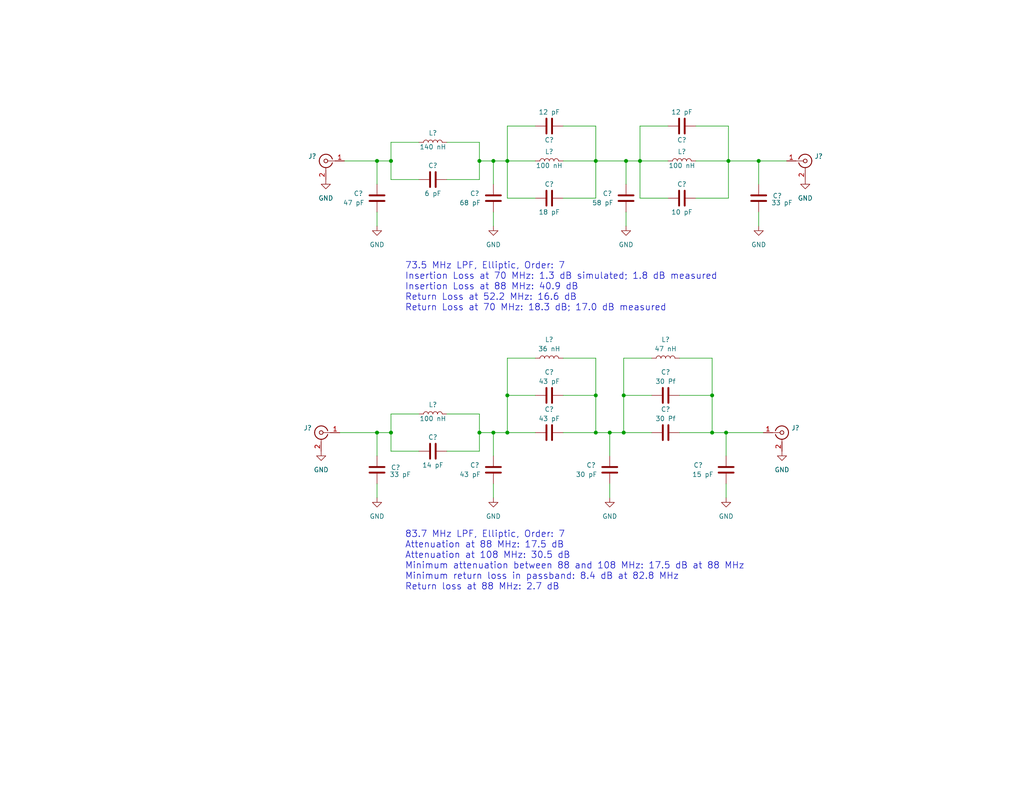
<source format=kicad_sch>
(kicad_sch (version 20230121) (generator eeschema)
  (paper "USLetter")
  (title_block (date "2023-09-19"))
  (lib_symbols
    (symbol "Connector:Conn_Coaxial" (pin_names (offset 1.016) hide)
      (property "Reference" "J" (at 0.254 3.048 0))
      (property "Value" "Conn_Coaxial" (at 2.921 0 90))
      (symbol "Conn_Coaxial_0_1"
        (arc (start -1.778 -0.508) (mid 0.2311 -1.8066) (end 1.778 0) (stroke (width 0.254)))
        (polyline (pts (xy -2.54 0) (xy -0.508 0)))
        (polyline (pts (xy 0 -2.54) (xy 0 -1.778)))
        (circle (center 0 0) (radius 0.508) (stroke (width 0.2032)))
        (arc (start 1.778 0) (mid 0.2099 1.8101) (end -1.778 0.508) (stroke (width 0.254)))
      )
      (symbol "Conn_Coaxial_1_1"
        (pin passive line (at -5.08 0 0) (length 2.54) (name "In") (number "1"))
        (pin passive line (at 0 -5.08 90) (length 2.54) (name "Ext") (number "2"))
      )
    )
    (symbol "Device:C" (pin_numbers hide) (pin_names (offset 0.254))
      (property "Reference" "C" (at 0.635 2.54 0))
      (property "Value" "C" (at 0.635 -2.54 0))
      (symbol "C_0_1"
        (polyline (pts (xy -2.032 -0.762) (xy 2.032 -0.762)) (stroke (width 0.508)))
        (polyline (pts (xy -2.032 0.762) (xy 2.032 0.762)) (stroke (width 0.508)))
      )
      (symbol "C_1_1"
        (pin passive line (at 0 3.81 270) (length 2.794) (name "~") (number "1"))
        (pin passive line (at 0 -3.81 90) (length 2.794) (name "~") (number "2"))
      )
    )
    (symbol "Device:L" (pin_numbers hide) (pin_names (offset 1.016) hide)
      (property "Reference" "L" (at -1.27 0 90))
      (property "Value" "L" (at 1.905 0 90))
      (symbol "L_0_1"
        (arc (start 0 -2.54) (mid 0.6323 -1.905) (end 0 -1.27))
        (arc (start 0 -1.27) (mid 0.6323 -0.635) (end 0 0))
        (arc (start 0 0) (mid 0.6323 0.635) (end 0 1.27))
        (arc (start 0 1.27) (mid 0.6323 1.905) (end 0 2.54))
      )
      (symbol "L_1_1"
        (pin passive line (at 0 3.81 270) (length 1.27) (name "1") (number "1"))
        (pin passive line (at 0 -3.81 90) (length 1.27) (name "2") (number "2"))
      )
    )
    (symbol "power:GND" (power) (pin_names (offset 0))
      (property "Value" "GND" (at 0 -3.81 0))
      (symbol "GND_0_1"
        (polyline (pts (xy 0 0) (xy 0 -1.27) (xy 1.27 -1.27) (xy 0 -2.54) (xy -1.27 -1.27) (xy 0 -1.27)))
      )
      (symbol "GND_1_1"
        (pin power_in line (at 0 0 270) (length 0) hide (name "GND") (number "1"))
      )
    )
  )
  (junction (at 130.81 118.11))
  (junction (at 194.31 118.11))
  (junction (at 194.31 107.95))
  (junction (at 130.81 43.942))
  (junction (at 102.87 118.11))
  (junction (at 198.12 118.11))
  (junction (at 162.56 118.11))
  (junction (at 138.43 118.11))
  (junction (at 134.62 43.942))
  (junction (at 162.56 107.95))
  (junction (at 170.18 107.95))
  (junction (at 106.68 43.942))
  (junction (at 166.37 118.11))
  (junction (at 170.815 43.942))
  (junction (at 134.62 118.11))
  (junction (at 102.87 43.942))
  (junction (at 198.755 43.942))
  (junction (at 207.01 43.942))
  (junction (at 138.43 107.95))
  (junction (at 106.68 118.11))
  (junction (at 162.56 43.942))
  (junction (at 138.43 43.942))
  (junction (at 170.18 118.11))
  (junction (at 174.625 43.942))
  (wire (pts (xy 102.87 118.11) (xy 106.68 118.11)))
  (wire (pts (xy 102.87 118.11) (xy 102.87 124.46)))
  (wire (pts (xy 174.625 43.942) (xy 182.245 43.942)))
  (wire (pts (xy 130.81 118.11) (xy 130.81 113.03)))
  (wire (pts (xy 106.68 118.11) (xy 106.68 123.19)))
  (wire (pts (xy 153.67 118.11) (xy 162.56 118.11)))
  (wire (pts (xy 130.81 43.942) (xy 130.81 38.862)))
  (wire (pts (xy 130.81 118.11) (xy 134.62 118.11)))
  (wire (pts (xy 121.92 49.022) (xy 130.81 49.022)))
  (wire (pts (xy 130.81 123.19) (xy 130.81 118.11)))
  (wire (pts (xy 106.68 49.022) (xy 114.3 49.022)))
  (wire (pts (xy 189.865 54.102) (xy 198.755 54.102)))
  (wire (pts (xy 198.755 43.942) (xy 198.755 54.102)))
  (wire (pts (xy 134.62 57.912) (xy 134.62 61.722)))
  (wire (pts (xy 138.43 54.102) (xy 146.05 54.102)))
  (wire (pts (xy 121.92 38.862) (xy 130.81 38.862)))
  (wire (pts (xy 102.87 57.912) (xy 102.87 61.722)))
  (wire (pts (xy 174.625 34.417) (xy 182.245 34.417)))
  (wire (pts (xy 134.62 43.942) (xy 138.43 43.942)))
  (wire (pts (xy 153.67 54.102) (xy 162.56 54.102)))
  (wire (pts (xy 174.625 54.102) (xy 182.245 54.102)))
  (wire (pts (xy 207.01 57.912) (xy 207.01 61.722)))
  (wire (pts (xy 174.625 34.417) (xy 174.625 43.942)))
  (wire (pts (xy 198.12 118.11) (xy 198.12 124.46)))
  (wire (pts (xy 114.3 113.03) (xy 106.68 113.03)))
  (wire (pts (xy 138.43 43.942) (xy 146.05 43.942)))
  (wire (pts (xy 170.18 118.11) (xy 170.18 107.95)))
  (wire (pts (xy 146.05 97.79) (xy 138.43 97.79)))
  (wire (pts (xy 138.43 118.11) (xy 138.43 107.95)))
  (wire (pts (xy 106.68 113.03) (xy 106.68 118.11)))
  (wire (pts (xy 170.815 43.942) (xy 170.815 50.292)))
  (wire (pts (xy 198.755 34.417) (xy 198.755 43.942)))
  (wire (pts (xy 138.43 107.95) (xy 146.05 107.95)))
  (wire (pts (xy 162.56 118.11) (xy 166.37 118.11)))
  (wire (pts (xy 138.43 97.79) (xy 138.43 107.95)))
  (wire (pts (xy 153.67 97.79) (xy 162.56 97.79)))
  (wire (pts (xy 194.31 97.79) (xy 194.31 107.95)))
  (wire (pts (xy 166.37 132.08) (xy 166.37 135.89)))
  (wire (pts (xy 185.42 97.79) (xy 194.31 97.79)))
  (wire (pts (xy 185.42 118.11) (xy 194.31 118.11)))
  (wire (pts (xy 198.12 118.11) (xy 208.28 118.11)))
  (wire (pts (xy 189.865 43.942) (xy 198.755 43.942)))
  (wire (pts (xy 138.43 34.417) (xy 138.43 43.942)))
  (wire (pts (xy 198.12 132.08) (xy 198.12 135.89)))
  (wire (pts (xy 114.3 38.862) (xy 106.68 38.862)))
  (wire (pts (xy 153.67 43.942) (xy 162.56 43.942)))
  (wire (pts (xy 207.01 43.942) (xy 207.01 50.292)))
  (wire (pts (xy 130.81 49.022) (xy 130.81 43.942)))
  (wire (pts (xy 102.87 43.942) (xy 106.68 43.942)))
  (wire (pts (xy 174.625 43.942) (xy 174.625 54.102)))
  (wire (pts (xy 170.18 97.79) (xy 170.18 107.95)))
  (wire (pts (xy 134.62 132.08) (xy 134.62 135.89)))
  (wire (pts (xy 121.92 113.03) (xy 130.81 113.03)))
  (wire (pts (xy 162.56 97.79) (xy 162.56 107.95)))
  (wire (pts (xy 207.01 43.942) (xy 214.63 43.942)))
  (wire (pts (xy 102.87 132.08) (xy 102.87 135.89)))
  (wire (pts (xy 194.31 118.11) (xy 198.12 118.11)))
  (wire (pts (xy 106.68 38.862) (xy 106.68 43.942)))
  (wire (pts (xy 153.67 107.95) (xy 162.56 107.95)))
  (wire (pts (xy 134.62 43.942) (xy 134.62 50.292)))
  (wire (pts (xy 130.81 43.942) (xy 134.62 43.942)))
  (wire (pts (xy 170.815 43.942) (xy 174.625 43.942)))
  (wire (pts (xy 189.865 34.417) (xy 198.755 34.417)))
  (wire (pts (xy 170.18 107.95) (xy 177.8 107.95)))
  (wire (pts (xy 194.31 118.11) (xy 194.31 107.95)))
  (wire (pts (xy 185.42 107.95) (xy 194.31 107.95)))
  (wire (pts (xy 146.05 118.11) (xy 138.43 118.11)))
  (wire (pts (xy 162.56 34.417) (xy 162.56 43.942)))
  (wire (pts (xy 177.8 97.79) (xy 170.18 97.79)))
  (wire (pts (xy 198.755 43.942) (xy 207.01 43.942)))
  (wire (pts (xy 93.98 43.942) (xy 102.87 43.942)))
  (wire (pts (xy 162.56 118.11) (xy 162.56 107.95)))
  (wire (pts (xy 162.56 43.942) (xy 162.56 54.102)))
  (wire (pts (xy 106.68 43.942) (xy 106.68 49.022)))
  (wire (pts (xy 106.68 123.19) (xy 114.3 123.19)))
  (wire (pts (xy 177.8 118.11) (xy 170.18 118.11)))
  (wire (pts (xy 170.815 57.912) (xy 170.815 61.722)))
  (wire (pts (xy 138.43 43.942) (xy 138.43 54.102)))
  (wire (pts (xy 162.56 43.942) (xy 170.815 43.942)))
  (wire (pts (xy 153.67 34.417) (xy 162.56 34.417)))
  (wire (pts (xy 138.43 34.417) (xy 146.05 34.417)))
  (wire (pts (xy 121.92 123.19) (xy 130.81 123.19)))
  (wire (pts (xy 102.87 43.942) (xy 102.87 50.292)))
  (wire (pts (xy 92.71 118.11) (xy 102.87 118.11)))
  (wire (pts (xy 166.37 118.11) (xy 166.37 124.46)))
  (wire (pts (xy 166.37 118.11) (xy 170.18 118.11)))
  (wire (pts (xy 134.62 118.11) (xy 138.43 118.11)))
  (wire (pts (xy 134.62 118.11) (xy 134.62 124.46)))
  (text "73.5 MHz LPF, Elliptic, Order: 7\nInsertion Loss at 70 MHz: 1.3 dB simulated; 1.8 dB measured\nInsertion Loss at 88 MHz: 40.9 dB\nReturn Loss at 52.2 MHz: 16.6 dB\nReturn Loss at 70 MHz: 18.3 dB; 17.0 dB measured\n" (at 110.49 85.09 0) (effects (font (size 1.778 1.778)) (justify left bottom)))
  (text "83.7 MHz LPF, Elliptic, Order: 7\nAttenuation at 88 MHz: 17.5 dB\nAttenuation at 108 MHz: 30.5 dB\nMinimum attenuation between 88 and 108 MHz: 17.5 dB at 88 MHz\nMinimum return loss in passband: 8.4 dB at 82.8 MHz\nReturn loss at 88 MHz: 2.7 dB" (at 110.49 161.29 0) (effects (font (size 1.778 1.778)) (justify left bottom)))
  (symbol (lib_id "power:GND") (at 207.01 61.722 0) (unit 1)
    (property "Reference" "#PWR?" (effects hide))
    (property "Value" "GND" (at 207.01 66.802 0))
    (instances (project "ARX" (path "" (reference "#PWR?") (unit 1)) (path "" (reference "#PWR016") (unit 1))))
  )
  (symbol (lib_id "Device:C") (at 198.12 128.27 180) (unit 1)
    (property "Reference" "C?" (at 190.5 127 0))
    (property "Value" "15 pF" (at 191.77 129.54 0))
    (property "Footprint" "LWA RF:C_0805_2012Metric_Pad1.27x1.45mm_HandSolder" (effects hide))
    (property "Datasheet" "https://datasheets.kyocera-avx.com/U-Series.pdf" (effects hide))
    (property "MFGR" "KYOCERA AVX" (effects hide))
    (property "MPN" "KGQ21HCG2D150GT" (effects hide))
    (property "Unit Cost" "0.11" (effects hide))
    (property "Stock" "4426" (effects hide))
    (property "Stock Date" "09/18/2023" (effects hide))
    (property "Desc" "CAP CER 15PF 200V NP0 0805" (effects hide))
    (property "Temp Coeff" "NPO/COG" (effects hide))
    (property "Tolerance" "2%" (effects hide))
    (property "Voltage Rating" "200V" (effects hide))
    (instances (project "ARX" (path "" (reference "C?") (unit 1)) (path "" (reference "C17") (unit 1))))
  )
  (symbol (lib_id "Device:C") (at 149.86 107.95 90) (unit 1)
    (property "Reference" "C?" (at 149.86 101.6 90))
    (property "Value" "43 pF" (at 149.86 104.14 90))
    (property "Footprint" "LWA RF:C_0805_2012Metric_Pad1.27x1.45mm_HandSolder" (effects hide))
    (property "Datasheet" "https://connect.kemet.com:7667/gateway/IntelliData-ComponentDocumentation/1.0/download/datasheet/C0805C430G5GACTU" (effects hide))
    (property "MFGR" "KEMET" (effects hide))
    (property "MPN" "C0805C430G5GAC7800" (effects hide))
    (property "Unit Cost" "0.43" (effects hide))
    (property "Stock" "2307" (effects hide))
    (property "Stock Date" "09/18/2023" (effects hide))
    (property "Desc" "CAP CER 43PF 50V NP0 0805" (effects hide))
    (property "Temp Coeff" "NPO/COG" (effects hide))
    (property "Tolerance" "2%" (effects hide))
    (property "Voltage Rating" "50V" (effects hide))
    (instances (project "ARX" (path "" (reference "C?") (unit 1)) (path "" (reference "C9") (unit 1))))
  )
  (symbol (lib_id "power:GND") (at 134.62 135.89 0) (unit 1)
    (property "Reference" "#PWR?" (effects hide))
    (property "Value" "GND" (at 134.62 140.97 0))
    (instances (project "ARX" (path "" (reference "#PWR?") (unit 1)) (path "" (reference "#PWR012") (unit 1))))
  )
  (symbol (lib_id "Device:C") (at 118.11 49.022 90) (unit 1)
    (property "Reference" "C?" (at 118.11 45.212 90))
    (property "Value" "6 pF" (at 118.11 52.832 90))
    (property "Footprint" "LWA RF:C_0805_2012Metric_Pad1.27x1.45mm_HandSolder" (effects hide))
    (property "Datasheet" "https://datasheets.kyocera-avx.com/C0GNP0-Dielectric.pdf" (effects hide))
    (property "MFGR" "KYOCERA AVX" (effects hide))
    (property "MPN" "08055A6R0CAT2A" (effects hide))
    (property "Unit Cost" "0.15" (effects hide))
    (property "Stock" "27025" (effects hide))
    (property "Stock Date" "09/18/2023" (effects hide))
    (property "Desc" "CAP CER 6PF 50V C0G/NP0 0805" (effects hide))
    (property "Temp Coeff" "NPO/COG" (effects hide))
    (property "Tolerance" "+/- 0.25 pF" (effects hide))
    (property "Voltage Rating" "50V" (effects hide))
    (instances (project "ARX" (path "" (reference "C?") (unit 1)) (path "" (reference "C3") (unit 1))))
  )
  (symbol (lib_id "Device:C") (at 207.01 54.102 180) (unit 1)
    (property "Reference" "C?" (at 212.09 53.467 0))
    (property "Value" "33 pF" (at 213.36 55.372 0))
    (property "Footprint" "LWA RF:C_0805_2012Metric_Pad1.27x1.45mm_HandSolder" (effects hide))
    (property "Datasheet" "https://www.yageo.com/upload/media/product/productsearch/datasheet/mlcc/UPY-GP_NP0_16V-to-50V_18.pdf" (effects hide))
    (property "MFGR" "YAGEO" (effects hide))
    (property "MPN" "CC0805GRNPO9BN330" (effects hide))
    (property "Unit Cost" "0.14" (effects hide))
    (property "Stock" "8932" (effects hide))
    (property "Stock Date" "09/18/2023" (effects hide))
    (property "Desc" "CAP CER 33PF 50V C0G/NPO 0805" (effects hide))
    (property "Temp Coeff" "NPO/COG" (effects hide))
    (property "Tolerance" "2%" (effects hide))
    (property "Voltage Rating" "50V" (effects hide))
    (instances (project "ARX" (path "" (reference "C?") (unit 1)) (path "" (reference "C18") (unit 1))))
  )
  (symbol (lib_id "Device:C") (at 181.61 118.11 90) (unit 1)
    (property "Reference" "C?" (at 181.61 111.76 90))
    (property "Value" "30 Pf" (at 181.61 114.3 90))
    (property "Footprint" "LWA RF:C_0805_2012Metric_Pad1.27x1.45mm_HandSolder" (effects hide))
    (property "Datasheet" "https://www.mouser.com/datasheet/2/40/C0GNP0_Dielectric-2952720.pdf" (effects hide))
    (property "MFGR" "KYOCERA AVX" (effects hide))
    (property "MPN" "0805YA300FAT2A" (effects hide))
    (property "Unit Cost" "0.29" (effects hide))
    (property "Stock" "897" (effects hide))
    (property "Stock Date" "09/18/2023" (effects hide))
    (property "Desc" "30 pF ±1%  C0G, NP0 0805" (effects hide))
    (property "Tolerance" "1%" (effects hide))
    (property "Voltage Rating" "16V" (effects hide))
    (instances (project "ARX" (path "" (reference "C?") (unit 1)) (path "" (reference "C14") (unit 1))))
  )
  (symbol (lib_id "Device:L") (at 186.055 43.942 90) (unit 1)
    (property "Reference" "L?" (at 186.055 41.402 90))
    (property "Value" "100 nH" (at 186.055 45.212 90))
    (property "Footprint" "Inductor_SMD:L_0805_2012Metric_Pad1.15x1.40mm_HandSolder" (effects hide))
    (property "Datasheet" "https://www.coilcraft.com/getmedia/c30565bc-9cf5-4393-9380-6f782e4b4cd8/0805hp.pdf" (effects hide))
    (property "MFGR" "Coilcraft" (effects hide))
    (property "MPN" "0805HP-101XGRC" (effects hide))
    (property "Unit Cost" "0.88" (effects hide))
    (property "Stock" "7129" (effects hide))
    (property "Stock Date" "09/18/2023" (effects hide))
    (property "Desc" "82 nH High Q Ceramic Chip Inductor" (effects hide))
    (property "Tolerance" "2%" (effects hide))
    (property "Q typ" "100 @ 500 MHz" (effects hide))
    (property "SRF typ" "1400 MHz" (effects hide))
    (instances (project "ARX" (path "" (reference "L?") (unit 1)) (path "" (reference "L6") (unit 1))))
  )
  (symbol (lib_id "power:GND") (at 102.87 61.722 0) (unit 1)
    (property "Reference" "#PWR?" (effects hide))
    (property "Value" "GND" (at 102.87 66.802 0))
    (instances (project "ARX" (path "" (reference "#PWR?") (unit 1)) (path "" (reference "#PWR09") (unit 1))))
  )
  (symbol (lib_id "Device:C") (at 118.11 123.19 90) (unit 1)
    (property "Reference" "C?" (at 118.11 119.38 90))
    (property "Value" "14 pF" (at 118.11 127 90))
    (property "Footprint" "LWA RF:C_0805_2012Metric_Pad1.27x1.45mm_HandSolder" (effects hide))
    (property "Datasheet" "https://search.murata.co.jp/Ceramy/image/img/A01X/G101/ENG/GQM2195C2E140JB12-01.pdf" (effects hide))
    (property "MFGR" "Murata Electronics" (effects hide))
    (property "MPN" "GQM2195C2E140JB12D" (effects hide))
    (property "Unit Cost" "0.30" (effects hide))
    (property "Stock" "3801" (effects hide))
    (property "Stock Date" "09/18/2023" (effects hide))
    (property "Desc" "CERAMIC CAP MLCC HIGH-Q 125C NPO/COG 5%" (effects hide))
    (property "Temp Coeff" "NPO/COG" (effects hide))
    (property "Tolerance" "5%" (effects hide))
    (property "Voltage Rating" "250V" (effects hide))
    (instances (project "ARX" (path "" (reference "C?") (unit 1)) (path "" (reference "C4") (unit 1))))
  )
  (symbol (lib_id "Device:C") (at 186.055 34.417 90) (mirror x) (unit 1)
    (property "Reference" "C?" (at 186.055 38.227 90))
    (property "Value" "12 pF" (at 186.055 30.607 90))
    (property "Footprint" "LWA RF:C_0805_2012Metric_Pad1.27x1.45mm_HandSolder" (effects hide))
    (property "Datasheet" "https://www.vishay.com/docs/28548/vjw1bcbascomseries.pdf" (effects hide))
    (property "MFGR" "Vishay Vitramon" (effects hide))
    (property "MPN" "VJ0805A120GXJCW1BC" (effects hide))
    (property "Unit Cost" "0.17" (effects hide))
    (property "Stock" "285" (effects hide))
    (property "Stock Date" "09/18/2023" (effects hide))
    (property "Desc" "CAP CER 12PF 16V C0G/NP0 0805" (effects hide))
    (property "Temp Coeff" "NPO/COG" (effects hide))
    (property "Tolerance" "2%" (effects hide))
    (property "Voltage Rating" "16V" (effects hide))
    (instances (project "ARX" (path "" (reference "C?") (unit 1)) (path "" (reference "C15") (unit 1))))
  )
  (symbol (lib_id "Device:L") (at 118.11 38.862 90) (unit 1)
    (property "Reference" "L?" (at 118.11 36.322 90))
    (property "Value" "140 nH" (at 118.11 40.132 90))
    (property "Footprint" "Inductor_SMD:L_0805_2012Metric_Pad1.15x1.40mm_HandSolder" (effects hide))
    (property "Datasheet" "https://www.coilcraft.com/getmedia/b92e7006-01e6-4f1e-ab6f-0773da92e9ea/1008ht.pdf" (effects hide))
    (property "MFGR" "Coilcraft" (effects hide))
    (property "MPN" "1008HT-R14TGRC" (effects hide))
    (property "Unit Cost" "0.70" (effects hide))
    (property "Stock" "10700" (effects hide))
    (property "Stock Date" "9/18/2023" (effects hide))
    (property "Desc" "140 nH High Q Ceramic Chip Inductor" (effects hide))
    (property "Tolerance" "2%" (effects hide))
    (property "Q typ" "40 @ 200 MHz" (effects hide))
    (property "SRF typ" "1100 MHz" (effects hide))
    (instances (project "ARX" (path "" (reference "L?") (unit 1)) (path "" (reference "L1") (unit 1))))
  )
  (symbol (lib_id "Device:L") (at 181.61 97.79 90) (unit 1)
    (property "Reference" "L?" (at 181.61 92.71 90))
    (property "Value" "47 nH" (at 181.61 95.25 90))
    (property "Footprint" "Inductor_SMD:L_0805_2012Metric_Pad1.15x1.40mm_HandSolder" (effects hide))
    (property "Datasheet" "https://www.coilcraft.com/getmedia/c30565bc-9cf5-4393-9380-6f782e4b4cd8/0805hp.pdf" (effects hide))
    (property "MFGR" "Coilcraft" (effects hide))
    (property "MPN" "0805HP-47NXGRC" (effects hide))
    (property "Unit Cost" "0.70" (effects hide))
    (property "Stock" "5974" (effects hide))
    (property "Stock Date" "8/3/2023" (effects hide))
    (property "Desc" "47 nH High Q Ceramic Chip Inductor" (effects hide))
    (property "Tolerance" "2%" (effects hide))
    (property "Q typ" "105 @ 500 MHz" (effects hide))
    (property "SRF typ" "2170 MHz" (effects hide))
    (instances (project "ARX" (path "" (reference "L?") (unit 1)) (path "" (reference "L5") (unit 1))))
  )
  (symbol (lib_id "power:GND") (at 102.87 135.89 0) (unit 1)
    (property "Reference" "#PWR?" (effects hide))
    (property "Value" "GND" (at 102.87 140.97 0))
    (instances (project "ARX" (path "" (reference "#PWR?") (unit 1)) (path "" (reference "#PWR010") (unit 1))))
  )
  (symbol (lib_id "Device:L") (at 149.86 43.942 90) (unit 1)
    (property "Reference" "L?" (at 149.86 41.402 90))
    (property "Value" "100 nH" (at 149.86 45.212 90))
    (property "Footprint" "Inductor_SMD:L_0805_2012Metric_Pad1.15x1.40mm_HandSolder" (effects hide))
    (property "Datasheet" "https://www.coilcraft.com/getmedia/c30565bc-9cf5-4393-9380-6f782e4b4cd8/0805hp.pdf" (effects hide))
    (property "MFGR" "Coilcraft" (effects hide))
    (property "MPN" "0805HP-101XGRC" (effects hide))
    (property "Unit Cost" "0.88" (effects hide))
    (property "Stock" "7129" (effects hide))
    (property "Stock Date" "09/18/2023" (effects hide))
    (property "Desc" "82 nH High Q Ceramic Chip Inductor" (effects hide))
    (property "Tolerance" "2%" (effects hide))
    (property "Q typ" "100 @ 500 MHz" (effects hide))
    (property "SRF typ" "1400 MHz" (effects hide))
    (instances (project "ARX" (path "" (reference "L?") (unit 1)) (path "" (reference "L3") (unit 1))))
  )
  (symbol (lib_id "Connector:Conn_Coaxial") (at 219.71 43.942 0) (unit 1)
    (property "Reference" "J?" (at 222.25 42.672 0) (effects (justify left)))
    (property "Value" "Conn_Coaxial" (effects hide))
    (property "Footprint" "LWA RF:LINX_SMA_EL" (effects hide))
    (property "Datasheet" "https://www.te.com/commerce/DocumentDelivery/DDEController?Action=showdoc&DocId=Customer+Drawing%7FC-CONSMA020.062-G%7FA%7Fpdf%7FEnglish%7FENG_CD_C-CONSMA020.062-G_A.pdf%7FL9000279-01" (effects hide))
    (instances (project "ARX" (path "" (reference "J?") (unit 1)) (path "" (reference "J6") (unit 1))))
  )
  (symbol (lib_id "power:GND") (at 219.71 49.022 0) (unit 1)
    (property "Reference" "#PWR?" (effects hide))
    (property "Value" "GND" (at 219.71 54.102 0))
    (instances (project "ARX" (path "" (reference "#PWR?") (unit 1)) (path "" (reference "#PWR018") (unit 1))))
  )
  (symbol (lib_id "power:GND") (at 88.9 49.022 0) (mirror y) (unit 1)
    (property "Reference" "#PWR?" (effects hide))
    (property "Value" "GND" (at 88.9 54.102 0))
    (instances (project "ARX" (path "" (reference "#PWR?") (unit 1)) (path "" (reference "#PWR08") (unit 1))))
  )
  (symbol (lib_id "Device:C") (at 149.86 118.11 90) (unit 1)
    (property "Reference" "C?" (at 149.86 111.76 90))
    (property "Value" "43 pF" (at 149.86 114.3 90))
    (property "Footprint" "LWA RF:C_0805_2012Metric_Pad1.27x1.45mm_HandSolder" (effects hide))
    (property "Datasheet" "https://connect.kemet.com:7667/gateway/IntelliData-ComponentDocumentation/1.0/download/datasheet/C0805C430G5GACTU" (effects hide))
    (property "MFGR" "KEMET" (effects hide))
    (property "MPN" "C0805C430G5GAC7800" (effects hide))
    (property "Unit Cost" "0.43" (effects hide))
    (property "Stock" "2307" (effects hide))
    (property "Stock Date" "09/18/2023" (effects hide))
    (property "Desc" "CAP CER 43PF 50V NP0 0805" (effects hide))
    (property "Temp Coeff" "NPO/COG" (effects hide))
    (property "Tolerance" "2%" (effects hide))
    (property "Voltage Rating" "50V" (effects hide))
    (instances (project "ARX" (path "" (reference "C?") (unit 1)) (path "" (reference "C10") (unit 1))))
  )
  (symbol (lib_id "Connector:Conn_Coaxial") (at 87.63 118.11 0) (mirror y) (unit 1)
    (property "Reference" "J?" (at 85.09 116.84 0) (effects (justify left)))
    (property "Value" "Conn_Coaxial" (effects hide))
    (property "Footprint" "LWA RF:LINX_SMA_EL" (effects hide))
    (property "Datasheet" "https://www.te.com/commerce/DocumentDelivery/DDEController?Action=showdoc&DocId=Customer+Drawing%7FC-CONSMA020.062-G%7FA%7Fpdf%7FEnglish%7FENG_CD_C-CONSMA020.062-G_A.pdf%7FL9000279-01" (effects hide))
    (instances (project "ARX" (path "" (reference "J?") (unit 1)) (path "" (reference "J3") (unit 1))))
  )
  (symbol (lib_id "power:GND") (at 198.12 135.89 0) (unit 1)
    (property "Reference" "#PWR?" (effects hide))
    (property "Value" "GND" (at 198.12 140.97 0))
    (instances (project "ARX" (path "" (reference "#PWR?") (unit 1)) (path "" (reference "#PWR015") (unit 1))))
  )
  (symbol (lib_id "power:GND") (at 213.36 123.19 0) (unit 1)
    (property "Reference" "#PWR?" (effects hide))
    (property "Value" "GND" (at 213.36 128.27 0))
    (instances (project "ARX" (path "" (reference "#PWR?") (unit 1)) (path "" (reference "#PWR017") (unit 1))))
  )
  (symbol (lib_id "Device:C") (at 166.37 128.27 180) (unit 1)
    (property "Reference" "C?" (at 161.29 127 0))
    (property "Value" "30 pF" (at 160.02 129.54 0))
    (property "Footprint" "LWA RF:C_0805_2012Metric_Pad1.27x1.45mm_HandSolder" (effects hide))
    (instances (project "ARX" (path "" (reference "C?") (unit 1)) (path "" (reference "C11") (unit 1))))
  )
  (symbol (lib_id "Device:L") (at 118.11 113.03 90) (unit 1)
    (property "Reference" "L?" (at 118.11 110.49 90))
    (property "Value" "100 nH" (at 118.11 114.3 90))
    (property "Footprint" "Inductor_SMD:L_0805_2012Metric_Pad1.15x1.40mm_HandSolder" (effects hide))
    (property "Datasheet" "https://www.coilcraft.com/getmedia/c30565bc-9cf5-4393-9380-6f782e4b4cd8/0805hp.pdf" (effects hide))
    (property "MFGR" "Coilcraft" (effects hide))
    (property "MPN" "0805HP-101XGRC" (effects hide))
    (property "Unit Cost" "0.88" (effects hide))
    (property "Stock" "4610" (effects hide))
    (property "Stock Date" "8/3/2023" (effects hide))
    (property "Desc" "100 nH High Q Ceramic Chip Inductor" (effects hide))
    (property "Tolerance" "2%" (effects hide))
    (property "Q typ" "100 @ 500 MHz" (effects hide))
    (property "SRF typ" "1400 MHz" (effects hide))
    (instances (project "ARX" (path "" (reference "L?") (unit 1)) (path "" (reference "L2") (unit 1))))
  )
  (symbol (lib_id "Device:C") (at 134.62 128.27 180) (unit 1)
    (property "Reference" "C?" (at 129.54 127 0))
    (property "Value" "43 pF" (at 128.27 129.54 0))
    (property "Footprint" "LWA RF:C_0805_2012Metric_Pad1.27x1.45mm_HandSolder" (effects hide))
    (instances (project "ARX" (path "" (reference "C?") (unit 1)) (path "" (reference "C6") (unit 1))))
  )
  (symbol (lib_id "Device:C") (at 149.86 34.417 90) (mirror x) (unit 1)
    (property "Reference" "C?" (at 149.86 38.227 90))
    (property "Value" "12 pF" (at 149.86 30.607 90))
    (property "Footprint" "LWA RF:C_0805_2012Metric_Pad1.27x1.45mm_HandSolder" (effects hide))
    (property "Datasheet" "https://www.vishay.com/docs/28548/vjw1bcbascomseries.pdf" (effects hide))
    (property "MFGR" "Vishay Vitramon" (effects hide))
    (property "MPN" "VJ0805A120GXJCW1BC" (effects hide))
    (property "Unit Cost" "0.17" (effects hide))
    (property "Stock" "285" (effects hide))
    (property "Stock Date" "09/18/2023" (effects hide))
    (property "Desc" "CAP CER 12PF 16V C0G/NP0 0805" (effects hide))
    (property "Temp Coeff" "NPO/COG" (effects hide))
    (property "Tolerance" "2%" (effects hide))
    (property "Voltage Rating" "16V" (effects hide))
    (instances (project "ARX" (path "" (reference "C?") (unit 1)) (path "" (reference "C7") (unit 1))))
  )
  (symbol (lib_id "Connector:Conn_Coaxial") (at 213.36 118.11 0) (unit 1)
    (property "Reference" "J?" (at 215.9 116.84 0) (effects (justify left)))
    (property "Value" "Conn_Coaxial" (effects hide))
    (property "Footprint" "LWA RF:LINX_SMA_EL" (effects hide))
    (property "Datasheet" "https://www.te.com/commerce/DocumentDelivery/DDEController?Action=showdoc&DocId=Customer+Drawing%7FC-CONSMA020.062-G%7FA%7Fpdf%7FEnglish%7FENG_CD_C-CONSMA020.062-G_A.pdf%7FL9000279-01" (effects hide))
    (instances (project "ARX" (path "" (reference "J?") (unit 1)) (path "" (reference "J5") (unit 1))))
  )
  (symbol (lib_id "Device:C") (at 186.055 54.102 90) (unit 1)
    (property "Reference" "C?" (at 186.055 50.292 90))
    (property "Value" "10 pF" (at 186.055 57.912 90))
    (property "Footprint" "LWA RF:C_0805_2012Metric_Pad1.27x1.45mm_HandSolder" (effects hide))
    (property "Datasheet" "https://datasheets.kyocera-avx.com/C0GNP0-Dielectric.pdf" (effects hide))
    (property "MFGR" "KYOCERA AVX" (effects hide))
    (property "MPN" "08055A100BAT2A" (effects hide))
    (property "Unit Cost" "0.20" (effects hide))
    (property "Stock" "5953" (effects hide))
    (property "Stock Date" "09/18/2023" (effects hide))
    (property "Desc" "CAP CER 10PF 50V NP0 0805" (effects hide))
    (property "Temp Coeff" "NPO/COG" (effects hide))
    (property "Tolerance" "+/-0.1 pF" (effects hide))
    (property "Voltage Rating" "50V" (effects hide))
    (instances (project "ARX" (path "" (reference "C?") (unit 1)) (path "" (reference "C16") (unit 1))))
  )
  (symbol (lib_id "power:GND") (at 134.62 61.722 0) (unit 1)
    (property "Reference" "#PWR?" (effects hide))
    (property "Value" "GND" (at 134.62 66.802 0))
    (instances (project "ARX" (path "" (reference "#PWR?") (unit 1)) (path "" (reference "#PWR011") (unit 1))))
  )
  (symbol (lib_id "Device:C") (at 170.815 54.102 180) (unit 1)
    (property "Reference" "C?" (at 165.735 52.832 0))
    (property "Value" "58 pF" (at 164.465 55.372 0))
    (property "Footprint" "LWA RF:C_0805_2012Metric_Pad1.27x1.45mm_HandSolder" (effects hide))
    (property "Datasheet" "https://datasheets.kyocera-avx.com/C0GNP0-Dielectric.pdf" (effects hide))
    (property "MFGR" "KYOCERA AVX" (effects hide))
    (property "MPN" "08055A580FAT2A" (effects hide))
    (property "Unit Cost" "0.38" (effects hide))
    (property "Stock" "644" (effects hide))
    (property "Stock Date" "09/18/2023" (effects hide))
    (property "Desc" "CAP CER 58PF 50V NP0 0805" (effects hide))
    (property "Tolerance" "2%" (effects hide))
    (property "Voltage Rating" "50V" (effects hide))
    (instances (project "ARX" (path "" (reference "C?") (unit 1)) (path "" (reference "C12") (unit 1))))
  )
  (symbol (lib_id "Device:C") (at 149.86 54.102 90) (unit 1)
    (property "Reference" "C?" (at 149.86 50.292 90))
    (property "Value" "18 pF" (at 149.86 57.912 90))
    (property "Footprint" "LWA RF:C_0805_2012Metric_Pad1.27x1.45mm_HandSolder" (effects hide))
    (property "Datasheet" "https://www.passivecomponent.com/wp-content/uploads/datasheet/WTC_MLCC_General_Purpose.pdf" (effects hide))
    (property "MFGR" "Walsin Technology Corporation" (effects hide))
    (property "MPN" "0805N180F500CT" (effects hide))
    (property "Unit Cost" "0.12" (effects hide))
    (property "Stock" "6859" (effects hide))
    (property "Stock Date" "09/18/2023" (effects hide))
    (property "Desc" "CAP CER 18PF 50V C0G/NP0 0805" (effects hide))
    (property "Temp Coeff" "NPO/COG" (effects hide))
    (property "Tolerance" "2%" (effects hide))
    (property "Voltage Rating" "50V" (effects hide))
    (instances (project "ARX" (path "" (reference "C?") (unit 1)) (path "" (reference "C8") (unit 1))))
  )
  (symbol (lib_id "Device:C") (at 102.87 54.102 180) (unit 1)
    (property "Reference" "C?" (at 97.79 52.832 0))
    (property "Value" "47 pF" (at 96.52 55.372 0))
    (property "Footprint" "LWA RF:C_0805_2012Metric_Pad1.27x1.45mm_HandSolder" (effects hide))
    (property "Datasheet" "https://www.passivecomponent.com/wp-content/uploads/datasheet/WTC_MLCC_General_Purpose.pdf" (effects hide))
    (property "MFGR" "Walsin Technology Corporation" (effects hide))
    (property "MPN" "0805N470G160CT" (effects hide))
    (property "Unit Cost" "0.06" (effects hide))
    (property "Stock" "18653" (effects hide))
    (property "Stock Date" "09/18/2023" (effects hide))
    (property "Desc" "CAP CER 47PF 16V C0G/NP0 0805" (effects hide))
    (property "Temp Coeff" "NPO/COG" (effects hide))
    (property "Tolderance" "2%" (effects hide))
    (property "Voltage Rating" "16V" (effects hide))
    (instances (project "ARX" (path "" (reference "C?") (unit 1)) (path "" (reference "C1") (unit 1))))
  )
  (symbol (lib_id "Device:C") (at 134.62 54.102 180) (unit 1)
    (property "Reference" "C?" (at 129.54 52.832 0))
    (property "Value" "68 pF" (at 128.27 55.372 0))
    (property "Footprint" "LWA RF:C_0805_2012Metric_Pad1.27x1.45mm_HandSolder" (effects hide))
    (instances (project "ARX" (path "" (reference "C?") (unit 1)) (path "" (reference "C5") (unit 1))))
  )
  (symbol (lib_id "power:GND") (at 166.37 135.89 0) (unit 1)
    (property "Reference" "#PWR?" (effects hide))
    (property "Value" "GND" (at 166.37 140.97 0))
    (instances (project "ARX" (path "" (reference "#PWR?") (unit 1)) (path "" (reference "#PWR013") (unit 1))))
  )
  (symbol (lib_id "Connector:Conn_Coaxial") (at 88.9 43.942 0) (mirror y) (unit 1)
    (property "Reference" "J?" (at 86.36 42.672 0) (effects (justify left)))
    (property "Value" "Conn_Coaxial" (effects hide))
    (property "Footprint" "LWA RF:LINX_SMA_EL" (effects hide))
    (property "Datasheet" "https://www.te.com/commerce/DocumentDelivery/DDEController?Action=showdoc&DocId=Customer+Drawing%7FC-CONSMA020.062-G%7FA%7Fpdf%7FEnglish%7FENG_CD_C-CONSMA020.062-G_A.pdf%7FL9000279-01" (effects hide))
    (instances (project "ARX" (path "" (reference "J?") (unit 1)) (path "" (reference "J4") (unit 1))))
  )
  (symbol (lib_id "Device:C") (at 181.61 107.95 90) (unit 1)
    (property "Reference" "C?" (at 181.61 101.6 90))
    (property "Value" "30 Pf" (at 181.61 104.14 90))
    (property "Footprint" "LWA RF:C_0805_2012Metric_Pad1.27x1.45mm_HandSolder" (effects hide))
    (property "Datasheet" "https://www.mouser.com/datasheet/2/40/C0GNP0_Dielectric-2952720.pdf" (effects hide))
    (property "MFGR" "KYOCERA AVX" (effects hide))
    (property "MPN" "0805YA300FAT2A" (effects hide))
    (property "Unit Cost" "0.29" (effects hide))
    (property "Stock" "897" (effects hide))
    (property "Stock Date" "09/18/2023" (effects hide))
    (property "Desc" "30 pF ±1%  C0G, NP0 0805" (effects hide))
    (property "Tolerance" "1%" (effects hide))
    (property "Voltage Rating" "16V" (effects hide))
    (instances (project "ARX" (path "" (reference "C?") (unit 1)) (path "" (reference "C13") (unit 1))))
  )
  (symbol (lib_id "Device:L") (at 149.86 97.79 90) (unit 1)
    (property "Reference" "L?" (at 149.86 92.71 90))
    (property "Value" "36 nH" (at 149.86 95.25 90))
    (property "Footprint" "Inductor_SMD:L_0805_2012Metric_Pad1.15x1.40mm_HandSolder" (effects hide))
    (property "Datasheet" "https://www.coilcraft.com/getmedia/dd5f20e4-1ff7-43df-8317-b693eb2dce3e/0805cs.pdf" (effects hide))
    (property "MFGR" "Coilcraft" (effects hide))
    (property "MPN" "0805CS-360XGRC" (effects hide))
    (property "Unit Cost" "0.68" (effects hide))
    (property "Stock" "2631" (effects hide))
    (property "Stock Date" "8/3/2023" (effects hide))
    (property "Desc" "36 nH High Temperature Ceramic Chip Inductor" (effects hide))
    (property "Tolerance" "2%" (effects hide))
    (property "Q typ" "55 @ 500 MHz" (effects hide))
    (property "SRF typ" "1900 MHz" (effects hide))
    (instances (project "ARX" (path "" (reference "L?") (unit 1)) (path "" (reference "L4") (unit 1))))
  )
  (symbol (lib_id "power:GND") (at 87.63 123.19 0) (mirror y) (unit 1)
    (property "Reference" "#PWR?" (effects hide))
    (property "Value" "GND" (at 87.63 128.27 0))
    (instances (project "ARX" (path "" (reference "#PWR?") (unit 1)) (path "" (reference "#PWR07") (unit 1))))
  )
  (symbol (lib_id "Device:C") (at 102.87 128.27 180) (unit 1)
    (property "Reference" "C?" (at 107.95 127.635 0))
    (property "Value" "33 pF" (at 109.22 129.54 0))
    (property "Footprint" "LWA RF:C_0805_2012Metric_Pad1.27x1.45mm_HandSolder" (effects hide))
    (property "Datasheet" "https://www.yageo.com/upload/media/product/productsearch/datasheet/mlcc/UPY-GP_NP0_16V-to-50V_18.pdf" (effects hide))
    (property "MFGR" "YAGEO" (effects hide))
    (property "MPN" "CC0805GRNPO9BN330" (effects hide))
    (property "Unit Cost" "0.14" (effects hide))
    (property "Stock" "8932" (effects hide))
    (property "Stock Date" "09/18/2023" (effects hide))
    (property "Desc" "CAP CER 33PF 50V C0G/NPO 0805" (effects hide))
    (property "Temp Coeff" "NPO/COG" (effects hide))
    (property "Tolerance" "2%" (effects hide))
    (property "Voltage Rating" "50V" (effects hide))
    (instances (project "ARX" (path "" (reference "C?") (unit 1)) (path "" (reference "C2") (unit 1))))
  )
  (symbol (lib_id "power:GND") (at 170.815 61.722 0) (unit 1)
    (property "Reference" "#PWR?" (effects hide))
    (property "Value" "GND" (at 170.815 66.802 0))
    (instances (project "ARX" (path "" (reference "#PWR?") (unit 1)) (path "" (reference "#PWR014") (unit 1))))
  )
)
</source>
